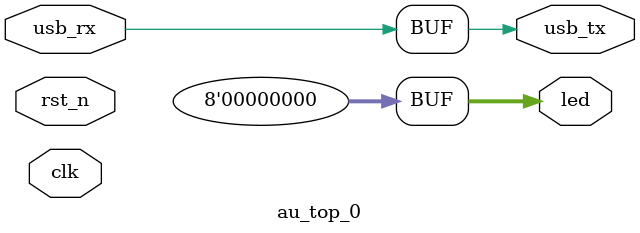
<source format=v>
module au_top_0(
    input clk,              // 100MHz clock
    input rst_n,            // reset button (active low)
    output [7:0] led,       // 8 user controllable LEDs
    input usb_rx,           // USB->Serial input
    output usb_tx           // USB->Serial output
    );
    
    wire rst;
    
    // The reset conditioner is used to synchronize the reset signal to the FPGA
    // clock. This ensures the entire FPGA comes out of reset at the same time.
    reset_conditioner_1 reset_conditioner(.clk(clk), .in(!rst_n), .out(rst));
    
    assign led = 8'h00;      // turn LEDs off

    assign usb_tx = usb_rx;  // echo the serial data
    
endmodule
</source>
